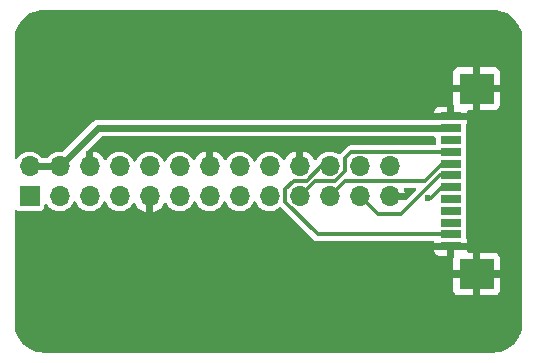
<source format=gbr>
%TF.GenerationSoftware,KiCad,Pcbnew,9.0.0*%
%TF.CreationDate,2025-03-02T17:24:29+03:00*%
%TF.ProjectId,PM_HMI-Touch,504d5f48-4d49-42d5-946f-7563682e6b69,rev?*%
%TF.SameCoordinates,Original*%
%TF.FileFunction,Copper,L1,Top*%
%TF.FilePolarity,Positive*%
%FSLAX46Y46*%
G04 Gerber Fmt 4.6, Leading zero omitted, Abs format (unit mm)*
G04 Created by KiCad (PCBNEW 9.0.0) date 2025-03-02 17:24:29*
%MOMM*%
%LPD*%
G01*
G04 APERTURE LIST*
%TA.AperFunction,ComponentPad*%
%ADD10R,1.700000X1.700000*%
%TD*%
%TA.AperFunction,ComponentPad*%
%ADD11O,1.700000X1.700000*%
%TD*%
%TA.AperFunction,SMDPad,CuDef*%
%ADD12R,1.803400X0.635000*%
%TD*%
%TA.AperFunction,SMDPad,CuDef*%
%ADD13R,2.997200X2.590800*%
%TD*%
%TA.AperFunction,ViaPad*%
%ADD14C,0.600000*%
%TD*%
%TA.AperFunction,Conductor*%
%ADD15C,0.600000*%
%TD*%
%TA.AperFunction,Conductor*%
%ADD16C,0.300000*%
%TD*%
G04 APERTURE END LIST*
D10*
%TO.P,J3,1,Pin_1*%
%TO.N,unconnected-(J3-Pin_1-Pad1)*%
X-15225000Y-1275000D03*
D11*
%TO.P,J3,2,Pin_2*%
%TO.N,+5V*%
X-15225000Y1265000D03*
%TO.P,J3,3,Pin_3*%
%TO.N,unconnected-(J3-Pin_3-Pad3)*%
X-12685000Y-1275000D03*
%TO.P,J3,4,Pin_4*%
%TO.N,+5V*%
X-12685000Y1265000D03*
%TO.P,J3,5,Pin_5*%
%TO.N,unconnected-(J3-Pin_5-Pad5)*%
X-10145000Y-1275000D03*
%TO.P,J3,6,Pin_6*%
%TO.N,GND*%
X-10145000Y1265000D03*
%TO.P,J3,7,Pin_7*%
%TO.N,unconnected-(J3-Pin_7-Pad7)*%
X-7605000Y-1275000D03*
%TO.P,J3,8,Pin_8*%
%TO.N,unconnected-(J3-Pin_8-Pad8)*%
X-7605000Y1265000D03*
%TO.P,J3,9,Pin_9*%
%TO.N,GND*%
X-5065000Y-1275000D03*
%TO.P,J3,10,Pin_10*%
%TO.N,unconnected-(J3-Pin_10-Pad10)*%
X-5065000Y1265000D03*
%TO.P,J3,11,Pin_11*%
%TO.N,unconnected-(J3-Pin_11-Pad11)*%
X-2525000Y-1275000D03*
%TO.P,J3,12,Pin_12*%
%TO.N,unconnected-(J3-Pin_12-Pad12)*%
X-2525000Y1265000D03*
%TO.P,J3,13,Pin_13*%
%TO.N,unconnected-(J3-Pin_13-Pad13)*%
X15000Y-1275000D03*
%TO.P,J3,14,Pin_14*%
%TO.N,GND*%
X15000Y1265000D03*
%TO.P,J3,15,Pin_15*%
%TO.N,unconnected-(J3-Pin_15-Pad15)*%
X2555000Y-1275000D03*
%TO.P,J3,16,Pin_16*%
%TO.N,unconnected-(J3-Pin_16-Pad16)*%
X2555000Y1265000D03*
%TO.P,J3,17,Pin_17*%
%TO.N,unconnected-(J3-Pin_17-Pad17)*%
X5095000Y-1275000D03*
%TO.P,J3,18,Pin_18*%
%TO.N,unconnected-(J3-Pin_18-Pad18)*%
X5095000Y1265000D03*
%TO.P,J3,19,Pin_19*%
%TO.N,/MOSI*%
X7635000Y-1275000D03*
%TO.P,J3,20,Pin_20*%
%TO.N,GND*%
X7635000Y1265000D03*
%TO.P,J3,21,Pin_21*%
%TO.N,/MISO*%
X10175000Y-1275000D03*
%TO.P,J3,22,Pin_22*%
%TO.N,/INT*%
X10175000Y1265000D03*
%TO.P,J3,23,Pin_23*%
%TO.N,/SCK*%
X12715000Y-1275000D03*
%TO.P,J3,24,Pin_24*%
%TO.N,unconnected-(J3-Pin_24-Pad24)*%
X12715000Y1265000D03*
%TO.P,J3,25,Pin_25*%
%TO.N,GND*%
X15255000Y-1275000D03*
%TO.P,J3,26,Pin_26*%
%TO.N,/CS*%
X15255000Y1265000D03*
%TD*%
D12*
%TO.P,J1,1,Pin_1*%
%TO.N,GND*%
X20444000Y-5499992D03*
%TO.P,J1,2,Pin_2*%
%TO.N,/INT*%
X20444000Y-4499994D03*
%TO.P,J1,3,Pin_3*%
%TO.N,unconnected-(J1-Pin_3-Pad3)*%
X20444000Y-3499996D03*
%TO.P,J1,4,Pin_4*%
%TO.N,unconnected-(J1-Pin_4-Pad4)*%
X20444000Y-2499998D03*
%TO.P,J1,5,Pin_5*%
%TO.N,unconnected-(J1-Pin_5-Pad5)*%
X20444000Y-1500000D03*
%TO.P,J1,6,Pin_6*%
%TO.N,/CS*%
X20444000Y-500000D03*
%TO.P,J1,7,Pin_7*%
%TO.N,/SCK*%
X20444000Y500000D03*
%TO.P,J1,8,Pin_8*%
%TO.N,/MISO*%
X20444000Y1500000D03*
%TO.P,J1,9,Pin_9*%
%TO.N,/MOSI*%
X20444000Y2499998D03*
%TO.P,J1,10,Pin_10*%
%TO.N,unconnected-(J1-Pin_10-Pad10)*%
X20444000Y3499996D03*
%TO.P,J1,11,Pin_11*%
%TO.N,+5V*%
X20444000Y4499994D03*
%TO.P,J1,12,Pin_11*%
%TO.N,GND*%
X20444000Y5499992D03*
D13*
%TO.P,J1,13,Pin_11*%
X22614001Y-7850003D03*
X22614001Y7850003D03*
%TD*%
D14*
%TO.N,/CS*%
X18521020Y-1421020D03*
%TD*%
D15*
%TO.N,+5V*%
X-12685000Y1265000D02*
X-9450006Y4499994D01*
X-9450006Y4499994D02*
X20444000Y4499994D01*
D16*
%TO.N,/CS*%
X18521020Y-1421020D02*
X18778980Y-1421020D01*
X18778980Y-1421020D02*
X19700000Y-500000D01*
X19700000Y-500000D02*
X20444000Y-500000D01*
%TO.N,/MOSI*%
X20444000Y2499998D02*
X11999998Y2499998D01*
X11514000Y2014000D02*
X11514000Y905529D01*
X11999998Y2499998D02*
X11514000Y2014000D01*
X11514000Y905529D02*
X10672471Y64000D01*
X10672471Y64000D02*
X8973999Y64000D01*
X8973999Y64000D02*
X7635000Y-1275000D01*
%TO.N,/SCK*%
X12715000Y-1275000D02*
X14240000Y-2800000D01*
X14240000Y-2800000D02*
X16222800Y-2800000D01*
X16222800Y-2800000D02*
X19522800Y500000D01*
X19522800Y500000D02*
X20444000Y500000D01*
%TO.N,/MISO*%
X20444000Y1500000D02*
X19728471Y1500000D01*
X19728471Y1500000D02*
X18228471Y0D01*
X18228471Y0D02*
X11450000Y0D01*
X11450000Y0D02*
X10175000Y-1275000D01*
D15*
%TO.N,+5V*%
X-12685000Y1265000D02*
X-15225000Y1265000D01*
D16*
%TO.N,/INT*%
X20444000Y-4499994D02*
X9161523Y-4499994D01*
X9161523Y-4499994D02*
X6434000Y-1772471D01*
X6434000Y-1772471D02*
X6434000Y-639529D01*
X6434000Y-639529D02*
X7137529Y64000D01*
X7137529Y64000D02*
X8265480Y64000D01*
X8265480Y64000D02*
X9466480Y1265000D01*
X9466480Y1265000D02*
X10175000Y1265000D01*
%TD*%
%TA.AperFunction,Conductor*%
%TO.N,GND*%
G36*
X24003736Y14499274D02*
G01*
X24293796Y14481729D01*
X24308659Y14479924D01*
X24590798Y14428220D01*
X24605335Y14424637D01*
X24879172Y14339305D01*
X24893163Y14334000D01*
X25154743Y14216273D01*
X25167989Y14209320D01*
X25413465Y14060925D01*
X25425776Y14052427D01*
X25651573Y13875527D01*
X25662781Y13865597D01*
X25865596Y13662782D01*
X25875526Y13651574D01*
X25995481Y13498462D01*
X26052422Y13425783D01*
X26060928Y13413460D01*
X26209316Y13167996D01*
X26216275Y13154737D01*
X26333997Y12893169D01*
X26339306Y12879168D01*
X26424635Y12605337D01*
X26428219Y12590799D01*
X26479923Y12308660D01*
X26481728Y12293795D01*
X26499274Y12003737D01*
X26499500Y11996250D01*
X26499500Y-11996249D01*
X26499274Y-12003736D01*
X26481728Y-12293794D01*
X26479923Y-12308659D01*
X26428219Y-12590798D01*
X26424635Y-12605336D01*
X26339306Y-12879167D01*
X26333997Y-12893168D01*
X26216275Y-13154736D01*
X26209316Y-13167995D01*
X26060928Y-13413459D01*
X26052422Y-13425782D01*
X25875526Y-13651573D01*
X25865596Y-13662781D01*
X25662781Y-13865596D01*
X25651573Y-13875526D01*
X25425782Y-14052422D01*
X25413459Y-14060928D01*
X25167995Y-14209316D01*
X25154736Y-14216275D01*
X24893168Y-14333997D01*
X24879167Y-14339306D01*
X24605336Y-14424635D01*
X24590798Y-14428219D01*
X24308659Y-14479923D01*
X24293794Y-14481728D01*
X24003736Y-14499274D01*
X23996249Y-14499500D01*
X-13996249Y-14499500D01*
X-14003736Y-14499274D01*
X-14293795Y-14481728D01*
X-14308660Y-14479923D01*
X-14590799Y-14428219D01*
X-14605337Y-14424635D01*
X-14879168Y-14339306D01*
X-14893169Y-14333997D01*
X-15154737Y-14216275D01*
X-15167996Y-14209316D01*
X-15413460Y-14060928D01*
X-15425783Y-14052422D01*
X-15651574Y-13875526D01*
X-15662782Y-13865596D01*
X-15865597Y-13662781D01*
X-15875527Y-13651573D01*
X-16052427Y-13425776D01*
X-16060925Y-13413465D01*
X-16209320Y-13167989D01*
X-16216273Y-13154743D01*
X-16334000Y-12893163D01*
X-16339307Y-12879167D01*
X-16424636Y-12605336D01*
X-16428220Y-12590798D01*
X-16479924Y-12308659D01*
X-16481729Y-12293794D01*
X-16499274Y-12003736D01*
X-16499500Y-11996249D01*
X-16499500Y-9193247D01*
X20615401Y-9193247D01*
X20621802Y-9252775D01*
X20621804Y-9252782D01*
X20672046Y-9387489D01*
X20672050Y-9387496D01*
X20758210Y-9502590D01*
X20758213Y-9502593D01*
X20873307Y-9588753D01*
X20873314Y-9588757D01*
X21008021Y-9638999D01*
X21008028Y-9639001D01*
X21067556Y-9645402D01*
X21067573Y-9645403D01*
X22314001Y-9645403D01*
X22914001Y-9645403D01*
X24160429Y-9645403D01*
X24160445Y-9645402D01*
X24219973Y-9639001D01*
X24219980Y-9638999D01*
X24354687Y-9588757D01*
X24354694Y-9588753D01*
X24469788Y-9502593D01*
X24469791Y-9502590D01*
X24555951Y-9387496D01*
X24555955Y-9387489D01*
X24606197Y-9252782D01*
X24606199Y-9252775D01*
X24612600Y-9193247D01*
X24612601Y-9193230D01*
X24612601Y-8150003D01*
X22914001Y-8150003D01*
X22914001Y-9645403D01*
X22314001Y-9645403D01*
X22314001Y-8150003D01*
X20615401Y-8150003D01*
X20615401Y-9193247D01*
X-16499500Y-9193247D01*
X-16499500Y-6543204D01*
X20615401Y-6543204D01*
X20615401Y-7550003D01*
X22314001Y-7550003D01*
X22914001Y-7550003D01*
X24612601Y-7550003D01*
X24612601Y-6506775D01*
X24612600Y-6506758D01*
X24606199Y-6447230D01*
X24606197Y-6447223D01*
X24555955Y-6312516D01*
X24555951Y-6312509D01*
X24469791Y-6197415D01*
X24469788Y-6197412D01*
X24354694Y-6111252D01*
X24354687Y-6111248D01*
X24219980Y-6061006D01*
X24219973Y-6061004D01*
X24160445Y-6054603D01*
X22914001Y-6054603D01*
X22914001Y-7550003D01*
X22314001Y-7550003D01*
X22314001Y-6054603D01*
X21963396Y-6054603D01*
X21896357Y-6034918D01*
X21850602Y-5982114D01*
X21840107Y-5917347D01*
X21845699Y-5865336D01*
X21845700Y-5865319D01*
X21845700Y-5799992D01*
X20744000Y-5799992D01*
X20744000Y-6323492D01*
X20738137Y-6343456D01*
X20737113Y-6364242D01*
X20725377Y-6386913D01*
X20724315Y-6390531D01*
X20722845Y-6391804D01*
X20720888Y-6395586D01*
X20615401Y-6543204D01*
X-16499500Y-6543204D01*
X-16499500Y-5865336D01*
X19042300Y-5865336D01*
X19048701Y-5924864D01*
X19048703Y-5924871D01*
X19098945Y-6059578D01*
X19098949Y-6059585D01*
X19185109Y-6174679D01*
X19185112Y-6174682D01*
X19300206Y-6260842D01*
X19300213Y-6260846D01*
X19434920Y-6311088D01*
X19434927Y-6311090D01*
X19494455Y-6317491D01*
X19494472Y-6317492D01*
X20144000Y-6317492D01*
X20144000Y-5799992D01*
X19042300Y-5799992D01*
X19042300Y-5865336D01*
X-16499500Y-5865336D01*
X-16499500Y-2560546D01*
X-16479815Y-2493507D01*
X-16427011Y-2447752D01*
X-16357853Y-2437808D01*
X-16319204Y-2450062D01*
X-16313345Y-2453047D01*
X-16313342Y-2453050D01*
X-16211962Y-2504706D01*
X-16200304Y-2510646D01*
X-16200302Y-2510647D01*
X-16106525Y-2525499D01*
X-16106519Y-2525500D01*
X-14343482Y-2525499D01*
X-14249696Y-2510646D01*
X-14136658Y-2453050D01*
X-14046950Y-2363342D01*
X-13989354Y-2250304D01*
X-13989354Y-2250302D01*
X-13989353Y-2250301D01*
X-13974501Y-2156524D01*
X-13974500Y-2156519D01*
X-13974501Y-2009263D01*
X-13954817Y-1942227D01*
X-13902013Y-1896472D01*
X-13832855Y-1886528D01*
X-13769299Y-1915553D01*
X-13750183Y-1936380D01*
X-13638828Y-2089646D01*
X-13499646Y-2228828D01*
X-13340405Y-2344524D01*
X-13257545Y-2386743D01*
X-13165030Y-2433882D01*
X-13165028Y-2433882D01*
X-13165025Y-2433884D01*
X-13064683Y-2466487D01*
X-12977827Y-2494709D01*
X-12783422Y-2525500D01*
X-12783417Y-2525500D01*
X-12586578Y-2525500D01*
X-12392174Y-2494709D01*
X-12346320Y-2479810D01*
X-12204975Y-2433884D01*
X-12029595Y-2344524D01*
X-11870354Y-2228828D01*
X-11731172Y-2089646D01*
X-11615476Y-1930405D01*
X-11580383Y-1861530D01*
X-11525485Y-1753787D01*
X-11477511Y-1702990D01*
X-11409690Y-1686195D01*
X-11343555Y-1708732D01*
X-11304515Y-1753787D01*
X-11214526Y-1930403D01*
X-11198774Y-1952083D01*
X-11098828Y-2089646D01*
X-10959646Y-2228828D01*
X-10800405Y-2344524D01*
X-10717545Y-2386743D01*
X-10625030Y-2433882D01*
X-10625028Y-2433882D01*
X-10625025Y-2433884D01*
X-10524683Y-2466487D01*
X-10437827Y-2494709D01*
X-10243422Y-2525500D01*
X-10243417Y-2525500D01*
X-10046578Y-2525500D01*
X-9852174Y-2494709D01*
X-9806320Y-2479810D01*
X-9664975Y-2433884D01*
X-9489595Y-2344524D01*
X-9330354Y-2228828D01*
X-9191172Y-2089646D01*
X-9075476Y-1930405D01*
X-9040383Y-1861530D01*
X-8985485Y-1753787D01*
X-8937511Y-1702990D01*
X-8869690Y-1686195D01*
X-8803555Y-1708732D01*
X-8764515Y-1753787D01*
X-8674526Y-1930403D01*
X-8658774Y-1952083D01*
X-8558828Y-2089646D01*
X-8419646Y-2228828D01*
X-8260405Y-2344524D01*
X-8177545Y-2386743D01*
X-8085030Y-2433882D01*
X-8085028Y-2433882D01*
X-8085025Y-2433884D01*
X-7984683Y-2466487D01*
X-7897827Y-2494709D01*
X-7703422Y-2525500D01*
X-7703417Y-2525500D01*
X-7506578Y-2525500D01*
X-7312174Y-2494709D01*
X-7266320Y-2479810D01*
X-7124975Y-2433884D01*
X-6949595Y-2344524D01*
X-6790354Y-2228828D01*
X-6651172Y-2089646D01*
X-6535476Y-1930405D01*
X-6501321Y-1863370D01*
X-6453348Y-1812575D01*
X-6385527Y-1795779D01*
X-6319392Y-1818316D01*
X-6280352Y-1863370D01*
X-6219625Y-1982552D01*
X-6219624Y-1982553D01*
X-6094728Y-2154459D01*
X-6094724Y-2154464D01*
X-5944465Y-2304723D01*
X-5944460Y-2304727D01*
X-5772558Y-2429620D01*
X-5583218Y-2526095D01*
X-5381129Y-2591757D01*
X-5365000Y-2594312D01*
X-5365000Y-1679144D01*
X-5257993Y-1740925D01*
X-5130826Y-1775000D01*
X-4999174Y-1775000D01*
X-4872007Y-1740925D01*
X-4765000Y-1679144D01*
X-4765000Y-2594311D01*
X-4748874Y-2591757D01*
X-4748871Y-2591757D01*
X-4546783Y-2526095D01*
X-4357443Y-2429620D01*
X-4185541Y-2304727D01*
X-4185536Y-2304723D01*
X-4035277Y-2154464D01*
X-4035273Y-2154459D01*
X-3910380Y-1982557D01*
X-3849650Y-1863370D01*
X-3801676Y-1812574D01*
X-3733855Y-1795779D01*
X-3667720Y-1818316D01*
X-3628680Y-1863370D01*
X-3594524Y-1930405D01*
X-3478828Y-2089646D01*
X-3339646Y-2228828D01*
X-3180405Y-2344524D01*
X-3097545Y-2386743D01*
X-3005030Y-2433882D01*
X-3005028Y-2433882D01*
X-3005025Y-2433884D01*
X-2904683Y-2466487D01*
X-2817827Y-2494709D01*
X-2623422Y-2525500D01*
X-2623417Y-2525500D01*
X-2426578Y-2525500D01*
X-2232174Y-2494709D01*
X-2186320Y-2479810D01*
X-2044975Y-2433884D01*
X-1869595Y-2344524D01*
X-1710354Y-2228828D01*
X-1571172Y-2089646D01*
X-1455476Y-1930405D01*
X-1420383Y-1861530D01*
X-1365485Y-1753787D01*
X-1317511Y-1702990D01*
X-1249690Y-1686195D01*
X-1183555Y-1708732D01*
X-1144515Y-1753787D01*
X-1054526Y-1930403D01*
X-1038774Y-1952083D01*
X-938828Y-2089646D01*
X-799646Y-2228828D01*
X-640405Y-2344524D01*
X-557545Y-2386743D01*
X-465030Y-2433882D01*
X-465028Y-2433882D01*
X-465025Y-2433884D01*
X-364683Y-2466487D01*
X-277827Y-2494709D01*
X-83422Y-2525500D01*
X-83417Y-2525500D01*
X113422Y-2525500D01*
X307826Y-2494709D01*
X353680Y-2479810D01*
X495025Y-2433884D01*
X670405Y-2344524D01*
X829646Y-2228828D01*
X968828Y-2089646D01*
X1084524Y-1930405D01*
X1119617Y-1861530D01*
X1174515Y-1753787D01*
X1222489Y-1702990D01*
X1290310Y-1686195D01*
X1356445Y-1708732D01*
X1395485Y-1753787D01*
X1485474Y-1930403D01*
X1501226Y-1952083D01*
X1601172Y-2089646D01*
X1740354Y-2228828D01*
X1899595Y-2344524D01*
X1982455Y-2386743D01*
X2074970Y-2433882D01*
X2074972Y-2433882D01*
X2074975Y-2433884D01*
X2175317Y-2466487D01*
X2262173Y-2494709D01*
X2456578Y-2525500D01*
X2456583Y-2525500D01*
X2653422Y-2525500D01*
X2847826Y-2494709D01*
X2893680Y-2479810D01*
X3035025Y-2433884D01*
X3210405Y-2344524D01*
X3369646Y-2228828D01*
X3508828Y-2089646D01*
X3624524Y-1930405D01*
X3659617Y-1861530D01*
X3714515Y-1753787D01*
X3762489Y-1702990D01*
X3830310Y-1686195D01*
X3896445Y-1708732D01*
X3935485Y-1753787D01*
X4025474Y-1930403D01*
X4041226Y-1952083D01*
X4141172Y-2089646D01*
X4280354Y-2228828D01*
X4439595Y-2344524D01*
X4522455Y-2386743D01*
X4614970Y-2433882D01*
X4614972Y-2433882D01*
X4614975Y-2433884D01*
X4715317Y-2466487D01*
X4802173Y-2494709D01*
X4996578Y-2525500D01*
X4996583Y-2525500D01*
X5193422Y-2525500D01*
X5387826Y-2494709D01*
X5433680Y-2479810D01*
X5575025Y-2433884D01*
X5750405Y-2344524D01*
X5909646Y-2228828D01*
X5923058Y-2215416D01*
X5984381Y-2181931D01*
X6054073Y-2186915D01*
X6098420Y-2215416D01*
X8823508Y-4940504D01*
X8949038Y-5012978D01*
X9089048Y-5050494D01*
X9089049Y-5050494D01*
X9233997Y-5050494D01*
X18918300Y-5050494D01*
X18985339Y-5070179D01*
X19031094Y-5122983D01*
X19042300Y-5174494D01*
X19042300Y-5199992D01*
X19387667Y-5199992D01*
X19407125Y-5203077D01*
X19407357Y-5201614D01*
X19510775Y-5217993D01*
X19510781Y-5217994D01*
X21377218Y-5217993D01*
X21471004Y-5203140D01*
X21471005Y-5203139D01*
X21480643Y-5201613D01*
X21480874Y-5203077D01*
X21500332Y-5199992D01*
X21845700Y-5199992D01*
X21845700Y-5134664D01*
X21845699Y-5134647D01*
X21839298Y-5075119D01*
X21839297Y-5075115D01*
X21789051Y-4940400D01*
X21770934Y-4916200D01*
X21746515Y-4850737D01*
X21746199Y-4841914D01*
X21746199Y-4150976D01*
X21731346Y-4057190D01*
X21730890Y-4056295D01*
X21730664Y-4055092D01*
X21728330Y-4047909D01*
X21729257Y-4047607D01*
X21717989Y-3987632D01*
X21728419Y-3952107D01*
X21728331Y-3952079D01*
X21729335Y-3948987D01*
X21730888Y-3943697D01*
X21731346Y-3942800D01*
X21746200Y-3849015D01*
X21746199Y-3150978D01*
X21731346Y-3057192D01*
X21730890Y-3056297D01*
X21730664Y-3055094D01*
X21728330Y-3047911D01*
X21729257Y-3047609D01*
X21717989Y-2987634D01*
X21728419Y-2952109D01*
X21728331Y-2952081D01*
X21729335Y-2948989D01*
X21730888Y-2943699D01*
X21731346Y-2942802D01*
X21746200Y-2849017D01*
X21746199Y-2150980D01*
X21731346Y-2057194D01*
X21730890Y-2056299D01*
X21730664Y-2055096D01*
X21728330Y-2047913D01*
X21729257Y-2047611D01*
X21717989Y-1987636D01*
X21728419Y-1952111D01*
X21728331Y-1952083D01*
X21729335Y-1948991D01*
X21730888Y-1943701D01*
X21731346Y-1942804D01*
X21746200Y-1849019D01*
X21746199Y-1150982D01*
X21731346Y-1057196D01*
X21730886Y-1056294D01*
X21730659Y-1055082D01*
X21728331Y-1047918D01*
X21729257Y-1047617D01*
X21717990Y-987626D01*
X21728418Y-952111D01*
X21728331Y-952083D01*
X21729331Y-949005D01*
X21730889Y-943700D01*
X21731346Y-942804D01*
X21746200Y-849019D01*
X21746199Y-150982D01*
X21731346Y-57196D01*
X21730886Y-56294D01*
X21730659Y-55082D01*
X21728331Y-47918D01*
X21729257Y-47617D01*
X21717990Y12374D01*
X21728418Y47889D01*
X21728331Y47917D01*
X21729331Y50995D01*
X21730889Y56300D01*
X21731346Y57196D01*
X21739770Y110380D01*
X21741655Y122282D01*
X21746200Y150981D01*
X21746199Y849018D01*
X21731346Y942804D01*
X21730886Y943706D01*
X21730659Y944918D01*
X21728331Y952082D01*
X21729257Y952383D01*
X21717990Y1012374D01*
X21728418Y1047889D01*
X21728331Y1047917D01*
X21729331Y1050995D01*
X21730889Y1056300D01*
X21731346Y1057196D01*
X21746200Y1150981D01*
X21746199Y1849018D01*
X21731346Y1942804D01*
X21730890Y1943699D01*
X21730664Y1944902D01*
X21728330Y1952085D01*
X21729257Y1952387D01*
X21717989Y2012362D01*
X21728419Y2047887D01*
X21728331Y2047915D01*
X21729335Y2051007D01*
X21730888Y2056297D01*
X21731346Y2057194D01*
X21746200Y2150979D01*
X21746199Y2849016D01*
X21731346Y2942802D01*
X21730890Y2943697D01*
X21730664Y2944900D01*
X21728330Y2952083D01*
X21729257Y2952385D01*
X21717989Y3012360D01*
X21728419Y3047885D01*
X21728331Y3047913D01*
X21729335Y3051005D01*
X21730888Y3056295D01*
X21731346Y3057192D01*
X21746200Y3150977D01*
X21746199Y3849014D01*
X21731346Y3942800D01*
X21730890Y3943695D01*
X21730664Y3944898D01*
X21728330Y3952081D01*
X21729257Y3952383D01*
X21717989Y4012358D01*
X21728419Y4047883D01*
X21728331Y4047911D01*
X21729335Y4051003D01*
X21730888Y4056293D01*
X21731346Y4057190D01*
X21746200Y4150975D01*
X21746199Y4841888D01*
X21765883Y4908926D01*
X21770934Y4916200D01*
X21789051Y4940401D01*
X21839297Y5075116D01*
X21839298Y5075120D01*
X21845699Y5134648D01*
X21845700Y5134665D01*
X21845700Y5199992D01*
X21500333Y5199992D01*
X21480874Y5203078D01*
X21480643Y5201614D01*
X21377224Y5217994D01*
X19510782Y5217994D01*
X19442363Y5207158D01*
X19416996Y5203140D01*
X19416994Y5203140D01*
X19409927Y5202020D01*
X19390530Y5200494D01*
X-9519003Y5200494D01*
X-9627416Y5178929D01*
X-9627417Y5178929D01*
X-9640875Y5176252D01*
X-9654333Y5173575D01*
X-9654335Y5173574D01*
X-9707140Y5151702D01*
X-9707142Y5151701D01*
X-9707143Y5151702D01*
X-9781815Y5120771D01*
X-9878994Y5055837D01*
X-9896549Y5044108D01*
X-9896555Y5044103D01*
X-12402554Y2538105D01*
X-12463877Y2504620D01*
X-12509633Y2503313D01*
X-12586578Y2515500D01*
X-12586583Y2515500D01*
X-12783417Y2515500D01*
X-12783422Y2515500D01*
X-12977827Y2484710D01*
X-13165030Y2423883D01*
X-13340406Y2334524D01*
X-13395185Y2294724D01*
X-13499646Y2218828D01*
X-13499648Y2218826D01*
X-13499649Y2218826D01*
X-13638826Y2079649D01*
X-13638826Y2079648D01*
X-13638828Y2079646D01*
X-13684623Y2016614D01*
X-13739953Y1973949D01*
X-13784941Y1965500D01*
X-14125059Y1965500D01*
X-14192098Y1985185D01*
X-14225377Y2016614D01*
X-14271172Y2079646D01*
X-14410354Y2218828D01*
X-14569595Y2334524D01*
X-14603927Y2352017D01*
X-14744971Y2423883D01*
X-14932174Y2484710D01*
X-15126578Y2515500D01*
X-15126583Y2515500D01*
X-15323417Y2515500D01*
X-15323422Y2515500D01*
X-15517827Y2484710D01*
X-15705030Y2423883D01*
X-15880406Y2334524D01*
X-15935185Y2294724D01*
X-16039646Y2218828D01*
X-16039648Y2218826D01*
X-16039649Y2218826D01*
X-16178827Y2079648D01*
X-16275182Y1947027D01*
X-16330513Y1904362D01*
X-16400126Y1898383D01*
X-16461921Y1930989D01*
X-16496278Y1991828D01*
X-16499500Y2019913D01*
X-16499500Y5865337D01*
X19042300Y5865337D01*
X19042300Y5799992D01*
X20144000Y5799992D01*
X20144000Y6317492D01*
X19494455Y6317492D01*
X19434927Y6311091D01*
X19434920Y6311089D01*
X19300213Y6260847D01*
X19300206Y6260843D01*
X19185112Y6174683D01*
X19185109Y6174680D01*
X19098949Y6059586D01*
X19098945Y6059579D01*
X19048703Y5924872D01*
X19048701Y5924865D01*
X19042300Y5865337D01*
X-16499500Y5865337D01*
X-16499500Y6506784D01*
X20615401Y6506784D01*
X20615402Y6506765D01*
X20621774Y6447493D01*
X20622637Y6446718D01*
X20687039Y6427807D01*
X20732794Y6375003D01*
X20744000Y6323492D01*
X20744000Y5799992D01*
X21845700Y5799992D01*
X21845700Y5865320D01*
X21845699Y5865337D01*
X21840107Y5917347D01*
X21852512Y5986107D01*
X21900122Y6037244D01*
X21963396Y6054603D01*
X22314001Y6054603D01*
X22914001Y6054603D01*
X24160429Y6054603D01*
X24160445Y6054604D01*
X24219973Y6061005D01*
X24219980Y6061007D01*
X24354687Y6111249D01*
X24354694Y6111253D01*
X24469788Y6197413D01*
X24469791Y6197416D01*
X24555951Y6312510D01*
X24555955Y6312517D01*
X24606197Y6447224D01*
X24606199Y6447231D01*
X24612600Y6506759D01*
X24612601Y6506776D01*
X24612601Y7550003D01*
X22914001Y7550003D01*
X22914001Y6054603D01*
X22314001Y6054603D01*
X22314001Y7550003D01*
X20615401Y7550003D01*
X20615401Y6506784D01*
X-16499500Y6506784D01*
X-16499500Y9193248D01*
X20615401Y9193248D01*
X20615401Y8150003D01*
X22314001Y8150003D01*
X22914001Y8150003D01*
X24612601Y8150003D01*
X24612601Y9193231D01*
X24612600Y9193248D01*
X24606199Y9252776D01*
X24606197Y9252783D01*
X24555955Y9387490D01*
X24555951Y9387497D01*
X24469791Y9502591D01*
X24469788Y9502594D01*
X24354694Y9588754D01*
X24354687Y9588758D01*
X24219980Y9639000D01*
X24219973Y9639002D01*
X24160445Y9645403D01*
X22914001Y9645403D01*
X22914001Y8150003D01*
X22314001Y8150003D01*
X22314001Y9645403D01*
X21067556Y9645403D01*
X21008028Y9639002D01*
X21008021Y9639000D01*
X20873314Y9588758D01*
X20873307Y9588754D01*
X20758213Y9502594D01*
X20758210Y9502591D01*
X20672050Y9387497D01*
X20672046Y9387490D01*
X20621804Y9252783D01*
X20621802Y9252776D01*
X20615401Y9193248D01*
X-16499500Y9193248D01*
X-16499500Y11996250D01*
X-16499274Y12003737D01*
X-16481729Y12293795D01*
X-16479924Y12308660D01*
X-16428220Y12590799D01*
X-16424636Y12605337D01*
X-16347904Y12851578D01*
X-16339304Y12879178D01*
X-16334002Y12893159D01*
X-16216269Y13154751D01*
X-16209324Y13167984D01*
X-16060920Y13413474D01*
X-16052433Y13425770D01*
X-15875520Y13651583D01*
X-15865605Y13662774D01*
X-15662774Y13865605D01*
X-15651583Y13875520D01*
X-15425770Y14052433D01*
X-15413474Y14060920D01*
X-15167984Y14209324D01*
X-15154751Y14216269D01*
X-14893159Y14334002D01*
X-14879178Y14339304D01*
X-14605332Y14424638D01*
X-14590803Y14428220D01*
X-14308656Y14479925D01*
X-14293799Y14481729D01*
X-14003736Y14499274D01*
X-13996249Y14499500D01*
X-13934108Y14499500D01*
X23934108Y14499500D01*
X23996249Y14499500D01*
X24003736Y14499274D01*
G37*
%TD.AperFunction*%
%TA.AperFunction,Conductor*%
G36*
X17461452Y-570185D02*
G01*
X17507207Y-622989D01*
X17517151Y-692147D01*
X17488126Y-755703D01*
X17482094Y-762181D01*
X16705593Y-1538681D01*
X16644270Y-1572166D01*
X16617912Y-1575000D01*
X15659144Y-1575000D01*
X15720925Y-1467993D01*
X15755000Y-1340826D01*
X15755000Y-1209174D01*
X15720925Y-1082007D01*
X15659144Y-975000D01*
X16574312Y-975000D01*
X16571757Y-958873D01*
X16571757Y-958870D01*
X16506095Y-756782D01*
X16492854Y-730795D01*
X16479958Y-662126D01*
X16506234Y-597386D01*
X16563340Y-557128D01*
X16603339Y-550500D01*
X17394413Y-550500D01*
X17461452Y-570185D01*
G37*
%TD.AperFunction*%
%TA.AperFunction,Conductor*%
G36*
X19084839Y3779809D02*
G01*
X19130594Y3727005D01*
X19141800Y3675494D01*
X19141801Y3174498D01*
X19122117Y3107459D01*
X19069313Y3061704D01*
X19017801Y3050498D01*
X11927523Y3050498D01*
X11822515Y3022361D01*
X11787512Y3012982D01*
X11661984Y2940509D01*
X11661981Y2940507D01*
X11073491Y2352017D01*
X11073489Y2352014D01*
X11063399Y2334537D01*
X11012831Y2286322D01*
X10944224Y2273100D01*
X10883127Y2296220D01*
X10830408Y2334522D01*
X10830407Y2334523D01*
X10830405Y2334524D01*
X10775636Y2362431D01*
X10655029Y2423883D01*
X10467826Y2484710D01*
X10273422Y2515500D01*
X10273417Y2515500D01*
X10076583Y2515500D01*
X10076578Y2515500D01*
X9882173Y2484710D01*
X9694970Y2423883D01*
X9519594Y2334524D01*
X9464815Y2294724D01*
X9360354Y2218828D01*
X9360352Y2218826D01*
X9360351Y2218826D01*
X9221174Y2079649D01*
X9221174Y2079648D01*
X9221172Y2079646D01*
X9198118Y2047915D01*
X9105474Y1920403D01*
X9071319Y1853370D01*
X9023345Y1802575D01*
X8955524Y1785780D01*
X8889389Y1808318D01*
X8850350Y1853371D01*
X8789620Y1972558D01*
X8664727Y2144460D01*
X8664723Y2144465D01*
X8514464Y2294724D01*
X8514459Y2294728D01*
X8342557Y2419621D01*
X8153217Y2516096D01*
X7951124Y2581759D01*
X7935000Y2584314D01*
X7935000Y1669145D01*
X7827993Y1730925D01*
X7700826Y1765000D01*
X7569174Y1765000D01*
X7442007Y1730925D01*
X7335000Y1669145D01*
X7335000Y2584313D01*
X7334999Y2584314D01*
X7318875Y2581759D01*
X7116782Y2516096D01*
X6927442Y2419621D01*
X6755540Y2294728D01*
X6755535Y2294724D01*
X6605276Y2144465D01*
X6605272Y2144460D01*
X6480377Y1972556D01*
X6419648Y1853370D01*
X6371674Y1802575D01*
X6303852Y1785780D01*
X6237718Y1808318D01*
X6198679Y1853372D01*
X6164525Y1920404D01*
X6141507Y1952085D01*
X6048828Y2079646D01*
X5909646Y2218828D01*
X5750405Y2334524D01*
X5716073Y2352017D01*
X5575029Y2423883D01*
X5387826Y2484710D01*
X5193422Y2515500D01*
X5193417Y2515500D01*
X4996583Y2515500D01*
X4996578Y2515500D01*
X4802173Y2484710D01*
X4614970Y2423883D01*
X4439594Y2334524D01*
X4384815Y2294724D01*
X4280354Y2218828D01*
X4280352Y2218826D01*
X4280351Y2218826D01*
X4141174Y2079649D01*
X4141174Y2079648D01*
X4141172Y2079646D01*
X4118118Y2047915D01*
X4025476Y1920406D01*
X3935485Y1743787D01*
X3887511Y1692991D01*
X3819690Y1676196D01*
X3753555Y1698733D01*
X3714515Y1743787D01*
X3646635Y1877009D01*
X3624524Y1920405D01*
X3508828Y2079646D01*
X3369646Y2218828D01*
X3210405Y2334524D01*
X3176073Y2352017D01*
X3035029Y2423883D01*
X2847826Y2484710D01*
X2653422Y2515500D01*
X2653417Y2515500D01*
X2456583Y2515500D01*
X2456578Y2515500D01*
X2262173Y2484710D01*
X2074970Y2423883D01*
X1899594Y2334524D01*
X1844815Y2294724D01*
X1740354Y2218828D01*
X1740352Y2218826D01*
X1740351Y2218826D01*
X1601174Y2079649D01*
X1601174Y2079648D01*
X1601172Y2079646D01*
X1578118Y2047915D01*
X1485474Y1920403D01*
X1451319Y1853370D01*
X1403345Y1802575D01*
X1335524Y1785780D01*
X1269389Y1808318D01*
X1230350Y1853371D01*
X1169620Y1972558D01*
X1044727Y2144460D01*
X1044723Y2144465D01*
X894464Y2294724D01*
X894459Y2294728D01*
X722557Y2419621D01*
X533217Y2516096D01*
X331124Y2581759D01*
X315000Y2584314D01*
X315000Y1669145D01*
X207993Y1730925D01*
X80826Y1765000D01*
X-50826Y1765000D01*
X-177993Y1730925D01*
X-285000Y1669145D01*
X-285000Y2584313D01*
X-285001Y2584314D01*
X-301125Y2581759D01*
X-503218Y2516096D01*
X-692558Y2419621D01*
X-864460Y2294728D01*
X-864465Y2294724D01*
X-1014724Y2144465D01*
X-1014728Y2144460D01*
X-1139623Y1972556D01*
X-1200352Y1853370D01*
X-1248326Y1802575D01*
X-1316148Y1785780D01*
X-1382282Y1808318D01*
X-1421321Y1853372D01*
X-1455475Y1920404D01*
X-1478493Y1952085D01*
X-1571172Y2079646D01*
X-1710354Y2218828D01*
X-1869595Y2334524D01*
X-1903927Y2352017D01*
X-2044971Y2423883D01*
X-2232174Y2484710D01*
X-2426578Y2515500D01*
X-2426583Y2515500D01*
X-2623417Y2515500D01*
X-2623422Y2515500D01*
X-2817827Y2484710D01*
X-3005030Y2423883D01*
X-3180406Y2334524D01*
X-3235185Y2294724D01*
X-3339646Y2218828D01*
X-3339648Y2218826D01*
X-3339649Y2218826D01*
X-3478826Y2079649D01*
X-3478826Y2079648D01*
X-3478828Y2079646D01*
X-3501882Y2047915D01*
X-3594524Y1920406D01*
X-3684515Y1743787D01*
X-3732489Y1692991D01*
X-3800310Y1676196D01*
X-3866445Y1698733D01*
X-3905485Y1743787D01*
X-3973365Y1877009D01*
X-3995476Y1920405D01*
X-4111172Y2079646D01*
X-4250354Y2218828D01*
X-4409595Y2334524D01*
X-4443927Y2352017D01*
X-4584971Y2423883D01*
X-4772174Y2484710D01*
X-4966578Y2515500D01*
X-4966583Y2515500D01*
X-5163417Y2515500D01*
X-5163422Y2515500D01*
X-5357827Y2484710D01*
X-5545030Y2423883D01*
X-5720406Y2334524D01*
X-5775185Y2294724D01*
X-5879646Y2218828D01*
X-5879648Y2218826D01*
X-5879649Y2218826D01*
X-6018826Y2079649D01*
X-6018826Y2079648D01*
X-6018828Y2079646D01*
X-6041882Y2047915D01*
X-6134524Y1920406D01*
X-6224515Y1743787D01*
X-6272489Y1692991D01*
X-6340310Y1676196D01*
X-6406445Y1698733D01*
X-6445485Y1743787D01*
X-6513365Y1877009D01*
X-6535476Y1920405D01*
X-6651172Y2079646D01*
X-6790354Y2218828D01*
X-6949595Y2334524D01*
X-6983927Y2352017D01*
X-7124971Y2423883D01*
X-7312174Y2484710D01*
X-7506578Y2515500D01*
X-7506583Y2515500D01*
X-7703417Y2515500D01*
X-7703422Y2515500D01*
X-7897827Y2484710D01*
X-8085030Y2423883D01*
X-8260406Y2334524D01*
X-8315185Y2294724D01*
X-8419646Y2218828D01*
X-8419648Y2218826D01*
X-8419649Y2218826D01*
X-8558826Y2079649D01*
X-8558826Y2079648D01*
X-8558828Y2079646D01*
X-8581882Y2047915D01*
X-8674526Y1920403D01*
X-8708681Y1853370D01*
X-8756655Y1802575D01*
X-8824476Y1785780D01*
X-8890611Y1808318D01*
X-8929650Y1853371D01*
X-8990380Y1972558D01*
X-9115273Y2144460D01*
X-9115277Y2144465D01*
X-9265536Y2294724D01*
X-9265541Y2294728D01*
X-9437443Y2419621D01*
X-9626783Y2516096D01*
X-9828876Y2581759D01*
X-9845000Y2584314D01*
X-9845000Y1669145D01*
X-9952007Y1730925D01*
X-10079174Y1765000D01*
X-10210826Y1765000D01*
X-10337993Y1730925D01*
X-10445000Y1669145D01*
X-10445000Y2462982D01*
X-10425315Y2530021D01*
X-10408681Y2550663D01*
X-9196169Y3763175D01*
X-9134846Y3796660D01*
X-9108488Y3799494D01*
X19017800Y3799494D01*
X19084839Y3779809D01*
G37*
%TD.AperFunction*%
%TD*%
M02*

</source>
